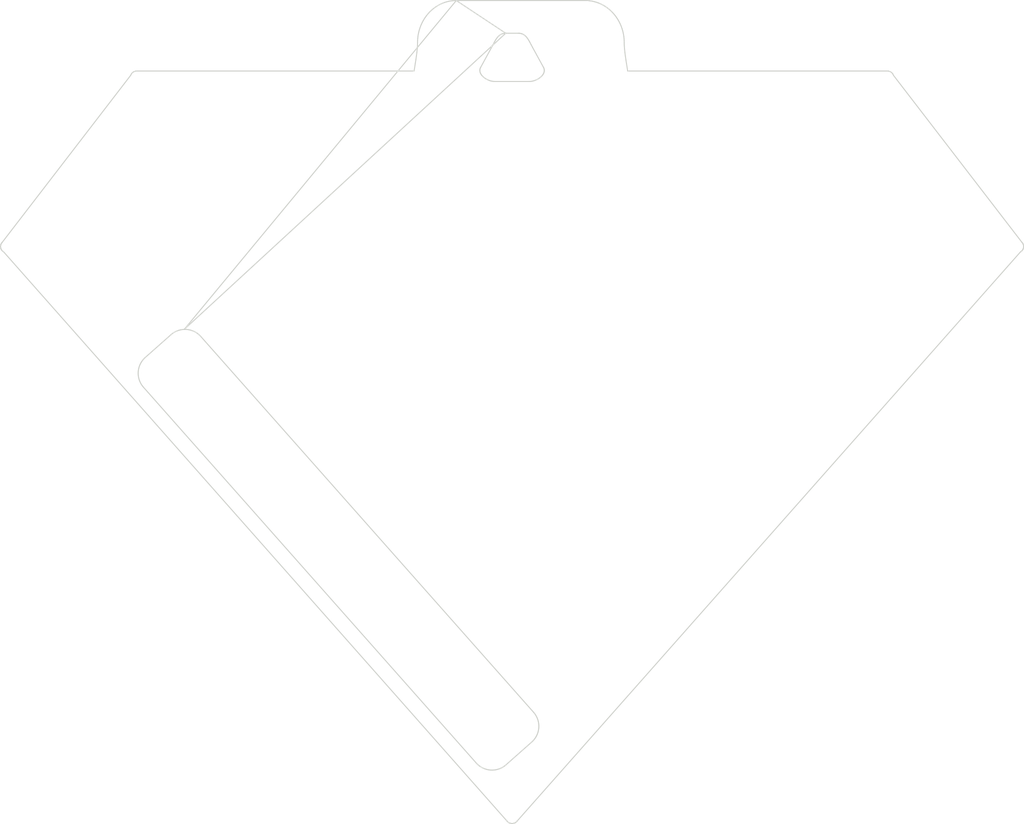
<source format=kicad_pcb>

(kicad_pcb (version 4) (host pcbnew 4.0.7)

	(general
		(links 0)
		(no_connects 0)
		(area 77.052499 41.877835 92.193313 53.630501)
		(thickness 1.6)
		(drawings 8)
		(tracks 0)
		(zones 0)
		(modules 1)
		(nets 1)
	)

	(page A4)
	(layers
		(0 F.Cu signal)
		(31 B.Cu signal)
		(32 B.Adhes user)
		(33 F.Adhes user)
		(34 B.Paste user)
		(35 F.Paste user)
		(36 B.SilkS user)
		(37 F.SilkS user)
		(38 B.Mask user)
		(39 F.Mask user)
		(40 Dwgs.User user)
		(41 Cmts.User user)
		(42 Eco1.User user)
		(43 Eco2.User user)
		(44 Edge.Cuts user)
		(45 Margin user)
		(46 B.CrtYd user)
		(47 F.CrtYd user)
		(48 B.Fab user)
		(49 F.Fab user)
	)

	(setup
		(last_trace_width 0.25)
		(trace_clearance 0.2)
		(zone_clearance 0.508)
		(zone_45_only no)
		(trace_min 0.2)
		(segment_width 0.2)
		(edge_width 0.15)
		(via_size 0.6)
		(via_drill 0.4)
		(via_min_size 0.4)
		(via_min_drill 0.3)
		(uvia_size 0.3)
		(uvia_drill 0.1)
		(uvias_allowed no)
		(uvia_min_size 0.2)
		(uvia_min_drill 0.1)
		(pcb_text_width 0.3)
		(pcb_text_size 1.5 1.5)
		(mod_edge_width 0.15)
		(mod_text_size 1 1)
		(mod_text_width 0.15)
		(pad_size 1.524 1.524)
		(pad_drill 0.762)
		(pad_to_mask_clearance 0.2)
		(aux_axis_origin 0 0)
		(visible_elements FFFFFF7F)
		(pcbplotparams
			(layerselection 0x010f0_80000001)
			(usegerberextensions false)
			(excludeedgelayer true)
			(linewidth 0.100000)
			(plotframeref false)
			(viasonmask false)
			(mode 1)
			(useauxorigin false)
			(hpglpennumber 1)
			(hpglpenspeed 20)
			(hpglpendiameter 15)
			(hpglpenoverlay 2)
			(psnegative false)
			(psa4output false)
			(plotreference true)
			(plotvalue true)
			(plotinvisibletext false)
			(padsonsilk false)
			(subtractmaskfromsilk false)
			(outputformat 1)
			(mirror false)
			(drillshape 1)
			(scaleselection 1)
			(outputdirectory gerbers/))
	)

	(net 0 "")

	(net_class Default "This is the default net class."
		(clearance 0.2)
		(trace_width 0.25)
		(via_dia 0.6)
		(via_drill 0.4)
		(uvia_dia 0.3)
		(uvia_drill 0.1)
	)
(gr_line (start -5.398587 -43.228837) (end -5.591858 -43.223670) (layer Edge.Cuts) (width 0.1))
(gr_line (start -5.591858 -43.223670) (end -5.782027 -43.208167) (layer Edge.Cuts) (width 0.1))
(gr_line (start -5.782027 -43.208167) (end -5.969614 -43.181812) (layer Edge.Cuts) (width 0.1))
(gr_line (start -5.969614 -43.181812) (end -6.154616 -43.146155) (layer Edge.Cuts) (width 0.1))
(gr_line (start -6.154616 -43.146155) (end -6.335998 -43.100680) (layer Edge.Cuts) (width 0.1))
(gr_line (start -6.335998 -43.100680) (end -6.513767 -43.045903) (layer Edge.Cuts) (width 0.1))
(gr_line (start -6.513767 -43.045903) (end -6.687915 -42.981824) (layer Edge.Cuts) (width 0.1))
(gr_line (start -6.687915 -42.981824) (end -6.858447 -42.908960) (layer Edge.Cuts) (width 0.1))
(gr_line (start -6.858447 -42.908960) (end -7.024330 -42.827828) (layer Edge.Cuts) (width 0.1))
(gr_line (start -7.024330 -42.827828) (end -7.186075 -42.737911) (layer Edge.Cuts) (width 0.1))
(gr_line (start -7.186075 -42.737911) (end -7.343172 -42.639726) (layer Edge.Cuts) (width 0.1))
(gr_line (start -7.343172 -42.639726) (end -7.495101 -42.533789) (layer Edge.Cuts) (width 0.1))
(gr_line (start -7.495101 -42.533789) (end -7.642378 -42.420618) (layer Edge.Cuts) (width 0.1))
(gr_line (start -7.642378 -42.420618) (end -7.783973 -42.299695) (layer Edge.Cuts) (width 0.1))
(gr_line (start -7.783973 -42.299695) (end -7.919881 -42.172054) (layer Edge.Cuts) (width 0.1))
(gr_line (start -7.919881 -42.172054) (end -8.050107 -42.037179) (layer Edge.Cuts) (width 0.1))
(gr_line (start -8.050107 -42.037179) (end -8.174130 -41.895585) (layer Edge.Cuts) (width 0.1))
(gr_line (start -8.174130 -41.895585) (end -8.291952 -41.748307) (layer Edge.Cuts) (width 0.1))
(gr_line (start -8.291952 -41.748307) (end -8.403574 -41.594312) (layer Edge.Cuts) (width 0.1))
(gr_line (start -8.403574 -41.594312) (end -8.507960 -41.435148) (layer Edge.Cuts) (width 0.1))
(gr_line (start -8.507960 -41.435148) (end -8.605628 -41.269784) (layer Edge.Cuts) (width 0.1))
(gr_line (start -8.605628 -41.269784) (end -8.695544 -41.099251) (layer Edge.Cuts) (width 0.1))
(gr_line (start -8.695544 -41.099251) (end -8.778743 -40.924068) (layer Edge.Cuts) (width 0.1))
(gr_line (start -8.778743 -40.924068) (end -8.853675 -40.743718) (layer Edge.Cuts) (width 0.1))
(gr_line (start -8.853675 -40.743718) (end -8.920853 -40.558716) (layer Edge.Cuts) (width 0.1))
(gr_line (start -8.920853 -40.558716) (end -8.979765 -40.370097) (layer Edge.Cuts) (width 0.1))
(gr_line (start -8.979765 -40.370097) (end -9.030409 -40.176827) (layer Edge.Cuts) (width 0.1))
(gr_line (start -9.030409 -40.176827) (end -9.072266 -39.979940) (layer Edge.Cuts) (width 0.1))
(gr_line (start -9.072266 -39.979940) (end -9.105339 -39.779435) (layer Edge.Cuts) (width 0.1))
(gr_line (start -9.105339 -39.779435) (end -9.129109 -39.575830) (layer Edge.Cuts) (width 0.1))
(gr_line (start -9.129109 -39.575830) (end -9.143579 -39.369124) (layer Edge.Cuts) (width 0.1))
(gr_line (start -9.143579 -39.369124) (end -9.148231 -39.159835) (layer Edge.Cuts) (width 0.1))
(gr_line (start -9.148231 -39.159835) (end -9.150297 -39.009457) (layer Edge.Cuts) (width 0.1))
(gr_line (start -9.150297 -39.009457) (end -9.156499 -38.854427) (layer Edge.Cuts) (width 0.1))
(gr_line (start -9.156499 -38.854427) (end -9.179237 -38.531966) (layer Edge.Cuts) (width 0.1))
(gr_line (start -9.179237 -38.531966) (end -9.214376 -38.196070) (layer Edge.Cuts) (width 0.1))
(gr_line (start -9.214376 -38.196070) (end -9.259334 -37.849321) (layer Edge.Cuts) (width 0.1))
(gr_line (start -9.259334 -37.849321) (end -9.310494 -37.493787) (layer Edge.Cuts) (width 0.1))
(gr_line (start -9.310494 -37.493787) (end -9.366821 -37.133602) (layer Edge.Cuts) (width 0.1))
(gr_line (start -9.366821 -37.133602) (end -9.482061 -36.408065) (layer Edge.Cuts) (width 0.1))
(gr_line (start -9.482061 -36.408065) (end -35.466520 -36.408065) (layer Edge.Cuts) (width 0.1))
(gr_line (start -35.466520 -36.408065) (end -35.564706 -36.408065) (layer Edge.Cuts) (width 0.1))
(gr_line (start -35.564706 -36.408065) (end -36.319698 -36.408065) (layer Edge.Cuts) (width 0.1))
(gr_line (start -36.319698 -36.408065) (end -36.417884 -36.408065) (layer Edge.Cuts) (width 0.1))
(gr_line (start -36.417884 -36.408065) (end -36.417884 -36.400313) (layer Edge.Cuts) (width 0.1))
(gr_line (start -36.417884 -36.400313) (end -36.582214 -36.351221) (layer Edge.Cuts) (width 0.1))
(gr_line (start -36.582214 -36.351221) (end -36.723808 -36.261304) (layer Edge.Cuts) (width 0.1))
(gr_line (start -36.723808 -36.261304) (end -36.834912 -36.137281) (layer Edge.Cuts) (width 0.1))
(gr_line (start -36.834912 -36.137281) (end -36.908293 -35.985352) (layer Edge.Cuts) (width 0.1))
(gr_line (start -36.908293 -35.985352) (end -49.333891 -19.832333) (layer Edge.Cuts) (width 0.1))
(gr_line (start -49.333891 -19.832333) (end -49.369031 -19.791508) (layer Edge.Cuts) (width 0.1))
(gr_line (start -49.369031 -19.791508) (end -49.377816 -19.781173) (layer Edge.Cuts) (width 0.1))
(gr_line (start -49.377816 -19.781173) (end -49.408305 -19.737247) (layer Edge.Cuts) (width 0.1))
(gr_line (start -49.408305 -19.737247) (end -49.435693 -19.687638) (layer Edge.Cuts) (width 0.1))
(gr_line (start -49.435693 -19.687638) (end -49.440861 -19.678854) (layer Edge.Cuts) (width 0.1))
(gr_line (start -49.440861 -19.678854) (end -49.455847 -19.644746) (layer Edge.Cuts) (width 0.1))
(gr_line (start -49.455847 -19.644746) (end -49.468250 -19.611673) (layer Edge.Cuts) (width 0.1))
(gr_line (start -49.468250 -19.611673) (end -49.474967 -19.588419) (layer Edge.Cuts) (width 0.1))
(gr_line (start -49.474967 -19.588419) (end -49.484269 -19.554314) (layer Edge.Cuts) (width 0.1))
(gr_line (start -49.484269 -19.554314) (end -49.489437 -19.531576) (layer Edge.Cuts) (width 0.1))
(gr_line (start -49.489437 -19.531576) (end -49.494088 -19.499019) (layer Edge.Cuts) (width 0.1))
(gr_line (start -49.494088 -19.499019) (end -49.497705 -19.462845) (layer Edge.Cuts) (width 0.1))
(gr_line (start -49.497705 -19.462845) (end -49.500289 -19.424089) (layer Edge.Cuts) (width 0.1))
(gr_line (start -49.500289 -19.424089) (end -49.497705 -19.377065) (layer Edge.Cuts) (width 0.1))
(gr_line (start -49.497705 -19.377065) (end -49.494088 -19.346058) (layer Edge.Cuts) (width 0.1))
(gr_line (start -49.494088 -19.346058) (end -49.487370 -19.305749) (layer Edge.Cuts) (width 0.1))
(gr_line (start -49.487370 -19.305749) (end -49.486336 -19.299031) (layer Edge.Cuts) (width 0.1))
(gr_line (start -49.486336 -19.299031) (end -49.473417 -19.251491) (layer Edge.Cuts) (width 0.1))
(gr_line (start -49.473417 -19.251491) (end -49.468250 -19.237021) (layer Edge.Cuts) (width 0.1))
(gr_line (start -49.468250 -19.237021) (end -49.453263 -19.194129) (layer Edge.Cuts) (width 0.1))
(gr_line (start -49.453263 -19.194129) (end -49.440861 -19.168808) (layer Edge.Cuts) (width 0.1))
(gr_line (start -49.440861 -19.168808) (end -49.428459 -19.145036) (layer Edge.Cuts) (width 0.1))
(gr_line (start -49.428459 -19.145036) (end -49.415023 -19.121781) (layer Edge.Cuts) (width 0.1))
(gr_line (start -49.415023 -19.121781) (end -49.393319 -19.086642) (layer Edge.Cuts) (width 0.1))
(gr_line (start -49.393319 -19.086642) (end -49.390735 -19.081991) (layer Edge.Cuts) (width 0.1))
(gr_line (start -49.390735 -19.081991) (end -49.355078 -19.037033) (layer Edge.Cuts) (width 0.1))
(gr_line (start -49.355078 -19.037033) (end -49.314254 -18.994141) (layer Edge.Cuts) (width 0.1))
(gr_line (start -49.314254 -18.994141) (end -49.310636 -18.990524) (layer Edge.Cuts) (width 0.1))
(gr_line (start -49.310636 -18.990524) (end -49.272396 -18.956935) (layer Edge.Cuts) (width 0.1))
(gr_line (start -49.272396 -18.956935) (end -49.244491 -18.937298) (layer Edge.Cuts) (width 0.1))
(gr_line (start -49.244491 -18.937298) (end -49.226921 -18.924894) (layer Edge.Cuts) (width 0.1))
(gr_line (start -49.226921 -18.924894) (end -49.199015 -18.907842) (layer Edge.Cuts) (width 0.1))
(gr_line (start -49.199015 -18.907842) (end -0.512064 36.146679) (layer Edge.Cuts) (width 0.1))
(gr_line (start -0.512064 36.146679) (end -0.510514 36.144094) (layer Edge.Cuts) (width 0.1))
(gr_line (start -0.510514 36.144094) (end -0.482092 36.181302) (layer Edge.Cuts) (width 0.1))
(gr_line (start -0.482092 36.181302) (end -0.396309 36.267085) (layer Edge.Cuts) (width 0.1))
(gr_line (start -0.396309 36.267085) (end -0.294508 36.334263) (layer Edge.Cuts) (width 0.1))
(gr_line (start -0.294508 36.334263) (end -0.239213 36.360102) (layer Edge.Cuts) (width 0.1))
(gr_line (start -0.239213 36.360102) (end -0.188571 36.378189) (layer Edge.Cuts) (width 0.1))
(gr_line (start -0.188571 36.378189) (end -0.177202 36.382324) (layer Edge.Cuts) (width 0.1))
(gr_line (start -0.177202 36.382324) (end -0.126558 36.394725) (layer Edge.Cuts) (width 0.1))
(gr_line (start -0.126558 36.394725) (end -0.120875 36.396276) (layer Edge.Cuts) (width 0.1))
(gr_line (start -0.120875 36.396276) (end -0.119840 36.396276) (layer Edge.Cuts) (width 0.1))
(gr_line (start -0.119840 36.396276) (end -0.076433 36.402994) (layer Edge.Cuts) (width 0.1))
(gr_line (start -0.076433 36.402994) (end -0.060931 36.405579) (layer Edge.Cuts) (width 0.1))
(gr_line (start -0.060931 36.405579) (end -0.002019 36.408677) (layer Edge.Cuts) (width 0.1))
(gr_line (start -0.002019 36.408677) (end 0.046556 36.407126) (layer Edge.Cuts) (width 0.1))
(gr_line (start 0.046556 36.407126) (end 0.051726 36.405579) (layer Edge.Cuts) (width 0.1))
(gr_line (start 0.051726 36.405579) (end 0.097200 36.399893) (layer Edge.Cuts) (width 0.1))
(gr_line (start 0.097200 36.399893) (end 0.107535 36.397826) (layer Edge.Cuts) (width 0.1))
(gr_line (start 0.107535 36.397826) (end 0.109601 36.397826) (layer Edge.Cuts) (width 0.1))
(gr_line (start 0.109601 36.397826) (end 0.147844 36.389558) (layer Edge.Cuts) (width 0.1))
(gr_line (start 0.147844 36.389558) (end 0.177297 36.381806) (layer Edge.Cuts) (width 0.1))
(gr_line (start 0.177297 36.381806) (end 0.192283 36.377154) (layer Edge.Cuts) (width 0.1))
(gr_line (start 0.192283 36.377154) (end 0.235175 36.361653) (layer Edge.Cuts) (width 0.1))
(gr_line (start 0.235175 36.361653) (end 0.246028 36.357001) (layer Edge.Cuts) (width 0.1))
(gr_line (start 0.246028 36.357001) (end 0.294603 36.334263) (layer Edge.Cuts) (width 0.1))
(gr_line (start 0.294603 36.334263) (end 0.346797 36.302740) (layer Edge.Cuts) (width 0.1))
(gr_line (start 0.346797 36.302740) (end 0.395372 36.266569) (layer Edge.Cuts) (width 0.1))
(gr_line (start 0.395372 36.266569) (end 0.440849 36.225744) (layer Edge.Cuts) (width 0.1))
(gr_line (start 0.440849 36.225744) (end 0.481155 36.180786) (layer Edge.Cuts) (width 0.1))
(gr_line (start 0.481155 36.180786) (end 0.510611 36.143578) (layer Edge.Cuts) (width 0.1))
(gr_line (start 0.510611 36.143578) (end 0.512162 36.145644) (layer Edge.Cuts) (width 0.1))
(gr_line (start 0.512162 36.145644) (end 49.199111 -18.909392) (layer Edge.Cuts) (width 0.1))
(gr_line (start 49.199111 -18.909392) (end 49.227017 -18.925410) (layer Edge.Cuts) (width 0.1))
(gr_line (start 49.227017 -18.925410) (end 49.245104 -18.937814) (layer Edge.Cuts) (width 0.1))
(gr_line (start 49.245104 -18.937814) (end 49.272491 -18.957967) (layer Edge.Cuts) (width 0.1))
(gr_line (start 49.272491 -18.957967) (end 49.310734 -18.991040) (layer Edge.Cuts) (width 0.1))
(gr_line (start 49.310734 -18.991040) (end 49.314351 -18.995176) (layer Edge.Cuts) (width 0.1))
(gr_line (start 49.314351 -18.995176) (end 49.355173 -19.037549) (layer Edge.Cuts) (width 0.1))
(gr_line (start 49.355173 -19.037549) (end 49.390831 -19.082507) (layer Edge.Cuts) (width 0.1))
(gr_line (start 49.390831 -19.082507) (end 49.393416 -19.087158) (layer Edge.Cuts) (width 0.1))
(gr_line (start 49.393416 -19.087158) (end 49.415120 -19.122816) (layer Edge.Cuts) (width 0.1))
(gr_line (start 49.415120 -19.122816) (end 49.428555 -19.145554) (layer Edge.Cuts) (width 0.1))
(gr_line (start 49.428555 -19.145554) (end 49.440956 -19.169324) (layer Edge.Cuts) (width 0.1))
(gr_line (start 49.440956 -19.169324) (end 49.453360 -19.195163) (layer Edge.Cuts) (width 0.1))
(gr_line (start 49.453360 -19.195163) (end 49.468862 -19.238055) (layer Edge.Cuts) (width 0.1))
(gr_line (start 49.468862 -19.238055) (end 49.473513 -19.252007) (layer Edge.Cuts) (width 0.1))
(gr_line (start 49.473513 -19.252007) (end 49.486949 -19.300065) (layer Edge.Cuts) (width 0.1))
(gr_line (start 49.486949 -19.300065) (end 49.487465 -19.306267) (layer Edge.Cuts) (width 0.1))
(gr_line (start 49.487465 -19.306267) (end 49.494185 -19.346574) (layer Edge.Cuts) (width 0.1))
(gr_line (start 49.494185 -19.346574) (end 49.498318 -19.377580) (layer Edge.Cuts) (width 0.1))
(gr_line (start 49.498318 -19.377580) (end 49.499869 -19.424605) (layer Edge.Cuts) (width 0.1))
(gr_line (start 49.499869 -19.424605) (end 49.498318 -19.463364) (layer Edge.Cuts) (width 0.1))
(gr_line (start 49.498318 -19.463364) (end 49.494185 -19.499538) (layer Edge.Cuts) (width 0.1))
(gr_line (start 49.494185 -19.499538) (end 49.489534 -19.532092) (layer Edge.Cuts) (width 0.1))
(gr_line (start 49.489534 -19.532092) (end 49.484883 -19.554830) (layer Edge.Cuts) (width 0.1))
(gr_line (start 49.484883 -19.554830) (end 49.475580 -19.589454) (layer Edge.Cuts) (width 0.1))
(gr_line (start 49.475580 -19.589454) (end 49.468862 -19.612192) (layer Edge.Cuts) (width 0.1))
(gr_line (start 49.468862 -19.612192) (end 49.456461 -19.645265) (layer Edge.Cuts) (width 0.1))
(gr_line (start 49.456461 -19.645265) (end 49.440956 -19.679888) (layer Edge.Cuts) (width 0.1))
(gr_line (start 49.440956 -19.679888) (end 49.436308 -19.688156) (layer Edge.Cuts) (width 0.1))
(gr_line (start 49.436308 -19.688156) (end 49.408918 -19.737766) (layer Edge.Cuts) (width 0.1))
(gr_line (start 49.408918 -19.737766) (end 49.378430 -19.781689) (layer Edge.Cuts) (width 0.1))
(gr_line (start 49.378430 -19.781689) (end 49.368611 -19.792024) (layer Edge.Cuts) (width 0.1))
(gr_line (start 49.368611 -19.792024) (end 49.333469 -19.833368) (layer Edge.Cuts) (width 0.1))
(gr_line (start 49.333469 -19.833368) (end 36.907356 -35.985352) (layer Edge.Cuts) (width 0.1))
(gr_line (start 36.907356 -35.985352) (end 36.833976 -36.137281) (layer Edge.Cuts) (width 0.1))
(gr_line (start 36.833976 -36.137281) (end 36.722870 -36.261304) (layer Edge.Cuts) (width 0.1))
(gr_line (start 36.722870 -36.261304) (end 36.581278 -36.351221) (layer Edge.Cuts) (width 0.1))
(gr_line (start 36.581278 -36.351221) (end 36.416945 -36.400313) (layer Edge.Cuts) (width 0.1))
(gr_line (start 36.416945 -36.400313) (end 36.416945 -36.408065) (layer Edge.Cuts) (width 0.1))
(gr_line (start 36.416945 -36.408065) (end 36.319277 -36.408065) (layer Edge.Cuts) (width 0.1))
(gr_line (start 36.319277 -36.408065) (end 35.563767 -36.408065) (layer Edge.Cuts) (width 0.1))
(gr_line (start 35.563767 -36.408065) (end 11.185411 -36.408065) (layer Edge.Cuts) (width 0.1))
(gr_line (start 11.185411 -36.408065) (end 11.070174 -37.133602) (layer Edge.Cuts) (width 0.1))
(gr_line (start 11.070174 -37.133602) (end 11.013847 -37.493787) (layer Edge.Cuts) (width 0.1))
(gr_line (start 11.013847 -37.493787) (end 10.962169 -37.848804) (layer Edge.Cuts) (width 0.1))
(gr_line (start 10.962169 -37.848804) (end 10.917727 -38.196070) (layer Edge.Cuts) (width 0.1))
(gr_line (start 10.917727 -38.196070) (end 10.882587 -38.531966) (layer Edge.Cuts) (width 0.1))
(gr_line (start 10.882587 -38.531966) (end 10.859849 -38.854427) (layer Edge.Cuts) (width 0.1))
(gr_line (start 10.859849 -38.854427) (end 10.853650 -39.009457) (layer Edge.Cuts) (width 0.1))
(gr_line (start 10.853650 -39.009457) (end 10.851581 -39.159835) (layer Edge.Cuts) (width 0.1))
(gr_line (start 10.851581 -39.159835) (end 10.847448 -39.355689) (layer Edge.Cuts) (width 0.1))
(gr_line (start 10.847448 -39.355689) (end 10.834529 -39.549475) (layer Edge.Cuts) (width 0.1))
(gr_line (start 10.834529 -39.549475) (end 10.813341 -39.741195) (layer Edge.Cuts) (width 0.1))
(gr_line (start 10.813341 -39.741195) (end 10.783887 -39.929814) (layer Edge.Cuts) (width 0.1))
(gr_line (start 10.783887 -39.929814) (end 10.746679 -40.115332) (layer Edge.Cuts) (width 0.1))
(gr_line (start 10.746679 -40.115332) (end 10.701721 -40.297750) (layer Edge.Cuts) (width 0.1))
(gr_line (start 10.701721 -40.297750) (end 10.649527 -40.477067) (layer Edge.Cuts) (width 0.1))
(gr_line (start 10.649527 -40.477067) (end 10.589583 -40.652767) (layer Edge.Cuts) (width 0.1))
(gr_line (start 10.589583 -40.652767) (end 10.522921 -40.824333) (layer Edge.Cuts) (width 0.1))
(gr_line (start 10.522921 -40.824333) (end 10.449023 -40.992281) (layer Edge.Cuts) (width 0.1))
(gr_line (start 10.449023 -40.992281) (end 10.368407 -41.155579) (layer Edge.Cuts) (width 0.1))
(gr_line (start 10.368407 -41.155579) (end 10.281073 -41.314225) (layer Edge.Cuts) (width 0.1))
(gr_line (start 10.281073 -41.314225) (end 10.187540 -41.468738) (layer Edge.Cuts) (width 0.1))
(gr_line (start 10.187540 -41.468738) (end 10.087806 -41.618083) (layer Edge.Cuts) (width 0.1))
(gr_line (start 10.087806 -41.618083) (end 9.981866 -41.762260) (layer Edge.Cuts) (width 0.1))
(gr_line (start 9.981866 -41.762260) (end 9.870247 -41.900753) (layer Edge.Cuts) (width 0.1))
(gr_line (start 9.870247 -41.900753) (end 9.752941 -42.034078) (layer Edge.Cuts) (width 0.1))
(gr_line (start 9.752941 -42.034078) (end 9.630468 -42.161719) (layer Edge.Cuts) (width 0.1))
(gr_line (start 9.630468 -42.161719) (end 9.502309 -42.282642) (layer Edge.Cuts) (width 0.1))
(gr_line (start 9.502309 -42.282642) (end 9.368986 -42.397880) (layer Edge.Cuts) (width 0.1))
(gr_line (start 9.368986 -42.397880) (end 9.231008 -42.506401) (layer Edge.Cuts) (width 0.1))
(gr_line (start 9.231008 -42.506401) (end 9.088382 -42.608203) (layer Edge.Cuts) (width 0.1))
(gr_line (start 9.088382 -42.608203) (end 8.941104 -42.703288) (layer Edge.Cuts) (width 0.1))
(gr_line (start 8.941104 -42.703288) (end 8.789694 -42.791138) (layer Edge.Cuts) (width 0.1))
(gr_line (start 8.789694 -42.791138) (end 8.633629 -42.871236) (layer Edge.Cuts) (width 0.1))
(gr_line (start 8.633629 -42.871236) (end 8.473950 -42.944100) (layer Edge.Cuts) (width 0.1))
(gr_line (start 8.473950 -42.944100) (end 8.310652 -43.009212) (layer Edge.Cuts) (width 0.1))
(gr_line (start 8.310652 -43.009212) (end 8.143737 -43.066056) (layer Edge.Cuts) (width 0.1))
(gr_line (start 8.143737 -43.066056) (end 7.973205 -43.114632) (layer Edge.Cuts) (width 0.1))
(gr_line (start 7.973205 -43.114632) (end 7.799573 -43.154940) (layer Edge.Cuts) (width 0.1))
(gr_line (start 7.799573 -43.154940) (end 7.622839 -43.186463) (layer Edge.Cuts) (width 0.1))
(gr_line (start 7.622839 -43.186463) (end 7.443004 -43.208683) (layer Edge.Cuts) (width 0.1))
(gr_line (start 7.443004 -43.208683) (end 7.443004 -43.228837) (layer Edge.Cuts) (width 0.1))
(gr_line (start 7.443004 -43.228837) (end 7.101424 -43.228837) (layer Edge.Cuts) (width 0.1))
(gr_line (start 7.101424 -43.228837) (end -5.300919 -43.228837) (layer Edge.Cuts) (width 0.1))
(gr_line (start -5.300919 -43.228837) (end -5.300919 -43.225220) (layer Edge.Cuts) (width 0.1))
(gr_line (start -5.300919 -43.225220) (end -5.398587 -43.228837) (layer Edge.Cuts) (width 0.1))
(gr_line (start -5.398587 -43.228837) (end -5.398587 -43.228837) (layer Edge.Cuts) (width 0.1))
(gr_line (start -5.398587 -43.228837) (end -0.613868 -40.062622) (layer Edge.Cuts) (width 0.1))
(gr_line (start -0.613868 -40.062622) (end 0.613966 -40.062622) (layer Edge.Cuts) (width 0.1))
(gr_line (start 0.613966 -40.062622) (end 0.683210 -40.060555) (layer Edge.Cuts) (width 0.1))
(gr_line (start 0.683210 -40.060555) (end 0.749874 -40.054871) (layer Edge.Cuts) (width 0.1))
(gr_line (start 0.749874 -40.054871) (end 0.813435 -40.044535) (layer Edge.Cuts) (width 0.1))
(gr_line (start 0.813435 -40.044535) (end 0.874929 -40.031100) (layer Edge.Cuts) (width 0.1))
(gr_line (start 0.874929 -40.031100) (end 0.933326 -40.014046) (layer Edge.Cuts) (width 0.1))
(gr_line (start 0.933326 -40.014046) (end 0.989653 -39.993376) (layer Edge.Cuts) (width 0.1))
(gr_line (start 0.989653 -39.993376) (end 1.095589 -39.942733) (layer Edge.Cuts) (width 0.1))
(gr_line (start 1.095589 -39.942733) (end 1.193258 -39.879171) (layer Edge.Cuts) (width 0.1))
(gr_line (start 1.193258 -39.879171) (end 1.283173 -39.805274) (layer Edge.Cuts) (width 0.1))
(gr_line (start 1.283173 -39.805274) (end 1.366890 -39.721041) (layer Edge.Cuts) (width 0.1))
(gr_line (start 1.366890 -39.721041) (end 1.444921 -39.628023) (layer Edge.Cuts) (width 0.1))
(gr_line (start 1.444921 -39.628023) (end 1.518301 -39.527254) (layer Edge.Cuts) (width 0.1))
(gr_line (start 1.518301 -39.527254) (end 1.588066 -39.419767) (layer Edge.Cuts) (width 0.1))
(gr_line (start 1.588066 -39.419767) (end 1.655244 -39.307113) (layer Edge.Cuts) (width 0.1))
(gr_line (start 1.655244 -39.307113) (end 1.720358 -39.189291) (layer Edge.Cuts) (width 0.1))
(gr_line (start 1.720358 -39.189291) (end 1.848514 -38.944861) (layer Edge.Cuts) (width 0.1))
(gr_line (start 1.848514 -38.944861) (end 1.980806 -38.695264) (layer Edge.Cuts) (width 0.1))
(gr_line (start 1.980806 -38.695264) (end 3.039655 -36.761532) (layer Edge.Cuts) (width 0.1))
(gr_line (start 3.039655 -36.761532) (end 3.070145 -36.699003) (layer Edge.Cuts) (width 0.1))
(gr_line (start 3.070145 -36.699003) (end 3.092365 -36.636992) (layer Edge.Cuts) (width 0.1))
(gr_line (start 3.092365 -36.636992) (end 3.107870 -36.574463) (layer Edge.Cuts) (width 0.1))
(gr_line (start 3.107870 -36.574463) (end 3.116654 -36.511934) (layer Edge.Cuts) (width 0.1))
(gr_line (start 3.116654 -36.511934) (end 3.118204 -36.449923) (layer Edge.Cuts) (width 0.1))
(gr_line (start 3.118204 -36.449923) (end 3.113553 -36.388945) (layer Edge.Cuts) (width 0.1))
(gr_line (start 3.113553 -36.388945) (end 3.102700 -36.327967) (layer Edge.Cuts) (width 0.1))
(gr_line (start 3.102700 -36.327967) (end 3.086163 -36.267505) (layer Edge.Cuts) (width 0.1))
(gr_line (start 3.086163 -36.267505) (end 3.063944 -36.208594) (layer Edge.Cuts) (width 0.1))
(gr_line (start 3.063944 -36.208594) (end 3.036554 -36.150200) (layer Edge.Cuts) (width 0.1))
(gr_line (start 3.036554 -36.150200) (end 3.004000 -36.092839) (layer Edge.Cuts) (width 0.1))
(gr_line (start 3.004000 -36.092839) (end 2.966791 -36.037028) (layer Edge.Cuts) (width 0.1))
(gr_line (start 2.966791 -36.037028) (end 2.924934 -35.982251) (layer Edge.Cuts) (width 0.1))
(gr_line (start 2.924934 -35.982251) (end 2.879460 -35.929541) (layer Edge.Cuts) (width 0.1))
(gr_line (start 2.879460 -35.929541) (end 2.776622 -35.828772) (layer Edge.Cuts) (width 0.1))
(gr_line (start 2.776622 -35.828772) (end 2.660351 -35.735755) (layer Edge.Cuts) (width 0.1))
(gr_line (start 2.660351 -35.735755) (end 2.533742 -35.651522) (layer Edge.Cuts) (width 0.1))
(gr_line (start 2.533742 -35.651522) (end 2.398353 -35.577625) (layer Edge.Cuts) (width 0.1))
(gr_line (start 2.398353 -35.577625) (end 2.256758 -35.514579) (layer Edge.Cuts) (width 0.1))
(gr_line (start 2.256758 -35.514579) (end 2.110512 -35.463420) (layer Edge.Cuts) (width 0.1))
(gr_line (start 2.110512 -35.463420) (end 1.963235 -35.425696) (layer Edge.Cuts) (width 0.1))
(gr_line (start 1.963235 -35.425696) (end 1.815957 -35.402442) (layer Edge.Cuts) (width 0.1))
(gr_line (start 1.815957 -35.402442) (end 1.671780 -35.394173) (layer Edge.Cuts) (width 0.1))
(gr_line (start 1.671780 -35.394173) (end -1.673236 -35.394173) (layer Edge.Cuts) (width 0.1))
(gr_line (start -1.673236 -35.394173) (end -1.817412 -35.402442) (layer Edge.Cuts) (width 0.1))
(gr_line (start -1.817412 -35.402442) (end -1.964174 -35.425696) (layer Edge.Cuts) (width 0.1))
(gr_line (start -1.964174 -35.425696) (end -2.111968 -35.463420) (layer Edge.Cuts) (width 0.1))
(gr_line (start -2.111968 -35.463420) (end -2.257695 -35.514579) (layer Edge.Cuts) (width 0.1))
(gr_line (start -2.257695 -35.514579) (end -2.399289 -35.577625) (layer Edge.Cuts) (width 0.1))
(gr_line (start -2.399289 -35.577625) (end -2.534682 -35.651522) (layer Edge.Cuts) (width 0.1))
(gr_line (start -2.534682 -35.651522) (end -2.661288 -35.735755) (layer Edge.Cuts) (width 0.1))
(gr_line (start -2.661288 -35.735755) (end -2.777043 -35.828772) (layer Edge.Cuts) (width 0.1))
(gr_line (start -2.777043 -35.828772) (end -2.879879 -35.929541) (layer Edge.Cuts) (width 0.1))
(gr_line (start -2.879879 -35.929541) (end -2.925871 -35.982251) (layer Edge.Cuts) (width 0.1))
(gr_line (start -2.925871 -35.982251) (end -2.967212 -36.037028) (layer Edge.Cuts) (width 0.1))
(gr_line (start -2.967212 -36.037028) (end -3.004421 -36.092839) (layer Edge.Cuts) (width 0.1))
(gr_line (start -3.004421 -36.092839) (end -3.036975 -36.150200) (layer Edge.Cuts) (width 0.1))
(gr_line (start -3.036975 -36.150200) (end -3.064365 -36.208594) (layer Edge.Cuts) (width 0.1))
(gr_line (start -3.064365 -36.208594) (end -3.086584 -36.267505) (layer Edge.Cuts) (width 0.1))
(gr_line (start -3.086584 -36.267505) (end -3.103639 -36.327967) (layer Edge.Cuts) (width 0.1))
(gr_line (start -3.103639 -36.327967) (end -3.113974 -36.388945) (layer Edge.Cuts) (width 0.1))
(gr_line (start -3.113974 -36.388945) (end -3.119141 -36.449923) (layer Edge.Cuts) (width 0.1))
(gr_line (start -3.119141 -36.449923) (end -3.117075 -36.511934) (layer Edge.Cuts) (width 0.1))
(gr_line (start -3.117075 -36.511934) (end -3.108807 -36.574463) (layer Edge.Cuts) (width 0.1))
(gr_line (start -3.108807 -36.574463) (end -3.093302 -36.636992) (layer Edge.Cuts) (width 0.1))
(gr_line (start -3.093302 -36.636992) (end -3.070566 -36.699003) (layer Edge.Cuts) (width 0.1))
(gr_line (start -3.070566 -36.699003) (end -3.040076 -36.761532) (layer Edge.Cuts) (width 0.1))
(gr_line (start -3.040076 -36.761532) (end -1.981227 -38.695264) (layer Edge.Cuts) (width 0.1))
(gr_line (start -1.981227 -38.695264) (end -1.849451 -38.944861) (layer Edge.Cuts) (width 0.1))
(gr_line (start -1.849451 -38.944861) (end -1.720776 -39.189291) (layer Edge.Cuts) (width 0.1))
(gr_line (start -1.720776 -39.189291) (end -1.655665 -39.307113) (layer Edge.Cuts) (width 0.1))
(gr_line (start -1.655665 -39.307113) (end -1.588484 -39.419767) (layer Edge.Cuts) (width 0.1))
(gr_line (start -1.588484 -39.419767) (end -1.518722 -39.527254) (layer Edge.Cuts) (width 0.1))
(gr_line (start -1.518722 -39.527254) (end -1.445342 -39.628023) (layer Edge.Cuts) (width 0.1))
(gr_line (start -1.445342 -39.628023) (end -1.367311 -39.721041) (layer Edge.Cuts) (width 0.1))
(gr_line (start -1.367311 -39.721041) (end -1.283594 -39.805274) (layer Edge.Cuts) (width 0.1))
(gr_line (start -1.283594 -39.805274) (end -1.193678 -39.879171) (layer Edge.Cuts) (width 0.1))
(gr_line (start -1.193678 -39.879171) (end -1.096010 -39.942733) (layer Edge.Cuts) (width 0.1))
(gr_line (start -1.096010 -39.942733) (end -0.990071 -39.993376) (layer Edge.Cuts) (width 0.1))
(gr_line (start -0.990071 -39.993376) (end -0.934262 -40.014046) (layer Edge.Cuts) (width 0.1))
(gr_line (start -0.934262 -40.014046) (end -0.875350 -40.031100) (layer Edge.Cuts) (width 0.1))
(gr_line (start -0.875350 -40.031100) (end -0.813856 -40.044535) (layer Edge.Cuts) (width 0.1))
(gr_line (start -0.813856 -40.044535) (end -0.750295 -40.054871) (layer Edge.Cuts) (width 0.1))
(gr_line (start -0.750295 -40.054871) (end -0.683630 -40.060555) (layer Edge.Cuts) (width 0.1))
(gr_line (start -0.683630 -40.060555) (end -0.613868 -40.062622) (layer Edge.Cuts) (width 0.1))
(gr_line (start -0.613868 -40.062622) (end -0.613868 -40.062622) (layer Edge.Cuts) (width 0.1))
(gr_line (start -0.613868 -40.062622) (end -31.722563 -11.405973) (layer Edge.Cuts) (width 0.1))
(gr_line (start -31.722563 -11.405973) (end -31.611962 -11.406882) (layer Edge.Cuts) (width 0.1))
(gr_line (start -31.611962 -11.406882) (end -31.501527 -11.401827) (layer Edge.Cuts) (width 0.1))
(gr_line (start -31.501527 -11.401827) (end -31.391513 -11.390826) (layer Edge.Cuts) (width 0.1))
(gr_line (start -31.391513 -11.390826) (end -31.282173 -11.373894) (layer Edge.Cuts) (width 0.1))
(gr_line (start -31.282173 -11.373894) (end -31.173763 -11.351048) (layer Edge.Cuts) (width 0.1))
(gr_line (start -31.173763 -11.351048) (end -31.066537 -11.322303) (layer Edge.Cuts) (width 0.1))
(gr_line (start -31.066537 -11.322303) (end -30.960750 -11.287677) (layer Edge.Cuts) (width 0.1))
(gr_line (start -30.960750 -11.287677) (end -30.856657 -11.247185) (layer Edge.Cuts) (width 0.1))
(gr_line (start -30.856657 -11.247185) (end -30.754512 -11.200844) (layer Edge.Cuts) (width 0.1))
(gr_line (start -30.754512 -11.200844) (end -30.654569 -11.148669) (layer Edge.Cuts) (width 0.1))
(gr_line (start -30.654569 -11.148669) (end -30.557083 -11.090677) (layer Edge.Cuts) (width 0.1))
(gr_line (start -30.557083 -11.090677) (end -30.462310 -11.026884) (layer Edge.Cuts) (width 0.1))
(gr_line (start -30.462310 -11.026884) (end -30.370502 -10.957306) (layer Edge.Cuts) (width 0.1))
(gr_line (start -30.370502 -10.957306) (end -30.281916 -10.881960) (layer Edge.Cuts) (width 0.1))
(gr_line (start -30.281916 -10.881960) (end -30.196806 -10.800861) (layer Edge.Cuts) (width 0.1))
(gr_line (start -30.196806 -10.800861) (end -30.115426 -10.714027) (layer Edge.Cuts) (width 0.1))
(gr_line (start -30.115426 -10.714027) (end 2.072272 25.634143) (layer Edge.Cuts) (width 0.1))
(gr_line (start 2.072272 25.634143) (end 2.140443 25.715134) (layer Edge.Cuts) (width 0.1))
(gr_line (start 2.140443 25.715134) (end 2.203752 25.798526) (layer Edge.Cuts) (width 0.1))
(gr_line (start 2.203752 25.798526) (end 2.262211 25.884140) (layer Edge.Cuts) (width 0.1))
(gr_line (start 2.262211 25.884140) (end 2.315831 25.971798) (layer Edge.Cuts) (width 0.1))
(gr_line (start 2.315831 25.971798) (end 2.364623 26.061319) (layer Edge.Cuts) (width 0.1))
(gr_line (start 2.364623 26.061319) (end 2.408597 26.152525) (layer Edge.Cuts) (width 0.1))
(gr_line (start 2.408597 26.152525) (end 2.447764 26.245236) (layer Edge.Cuts) (width 0.1))
(gr_line (start 2.447764 26.245236) (end 2.482136 26.339274) (layer Edge.Cuts) (width 0.1))
(gr_line (start 2.482136 26.339274) (end 2.511723 26.434460) (layer Edge.Cuts) (width 0.1))
(gr_line (start 2.511723 26.434460) (end 2.536535 26.530614) (layer Edge.Cuts) (width 0.1))
(gr_line (start 2.536535 26.530614) (end 2.556585 26.627558) (layer Edge.Cuts) (width 0.1))
(gr_line (start 2.556585 26.627558) (end 2.571882 26.725111) (layer Edge.Cuts) (width 0.1))
(gr_line (start 2.571882 26.725111) (end 2.582438 26.823096) (layer Edge.Cuts) (width 0.1))
(gr_line (start 2.582438 26.823096) (end 2.588263 26.921333) (layer Edge.Cuts) (width 0.1))
(gr_line (start 2.588263 26.921333) (end 2.589368 27.019643) (layer Edge.Cuts) (width 0.1))
(gr_line (start 2.589368 27.019643) (end 2.585765 27.117846) (layer Edge.Cuts) (width 0.1))
(gr_line (start 2.585765 27.117846) (end 2.577463 27.215765) (layer Edge.Cuts) (width 0.1))
(gr_line (start 2.577463 27.215765) (end 2.564474 27.313219) (layer Edge.Cuts) (width 0.1))
(gr_line (start 2.564474 27.313219) (end 2.546810 27.410030) (layer Edge.Cuts) (width 0.1))
(gr_line (start 2.546810 27.410030) (end 2.524479 27.506018) (layer Edge.Cuts) (width 0.1))
(gr_line (start 2.524479 27.506018) (end 2.497495 27.601005) (layer Edge.Cuts) (width 0.1))
(gr_line (start 2.497495 27.601005) (end 2.465866 27.694811) (layer Edge.Cuts) (width 0.1))
(gr_line (start 2.465866 27.694811) (end 2.429605 27.787258) (layer Edge.Cuts) (width 0.1))
(gr_line (start 2.429605 27.787258) (end 2.388722 27.878165) (layer Edge.Cuts) (width 0.1))
(gr_line (start 2.388722 27.878165) (end 2.343228 27.967355) (layer Edge.Cuts) (width 0.1))
(gr_line (start 2.343228 27.967355) (end 2.293134 28.054648) (layer Edge.Cuts) (width 0.1))
(gr_line (start 2.293134 28.054648) (end 2.238450 28.139864) (layer Edge.Cuts) (width 0.1))
(gr_line (start 2.238450 28.139864) (end 2.179188 28.222826) (layer Edge.Cuts) (width 0.1))
(gr_line (start 2.179188 28.222826) (end 2.115358 28.303353) (layer Edge.Cuts) (width 0.1))
(gr_line (start 2.115358 28.303353) (end 2.046972 28.381267) (layer Edge.Cuts) (width 0.1))
(gr_line (start 2.046972 28.381267) (end 1.974040 28.456389) (layer Edge.Cuts) (width 0.1))
(gr_line (start 1.974040 28.456389) (end 1.896573 28.528539) (layer Edge.Cuts) (width 0.1))
(gr_line (start 1.896573 28.528539) (end -0.579760 30.721170) (layer Edge.Cuts) (width 0.1))
(gr_line (start -0.579760 30.721170) (end -0.660752 30.789340) (layer Edge.Cuts) (width 0.1))
(gr_line (start -0.660752 30.789340) (end -0.744144 30.852650) (layer Edge.Cuts) (width 0.1))
(gr_line (start -0.744144 30.852650) (end -0.829758 30.911109) (layer Edge.Cuts) (width 0.1))
(gr_line (start -0.829758 30.911109) (end -0.917416 30.964729) (layer Edge.Cuts) (width 0.1))
(gr_line (start -0.917416 30.964729) (end -1.006937 31.013521) (layer Edge.Cuts) (width 0.1))
(gr_line (start -1.006937 31.013521) (end -1.098143 31.057495) (layer Edge.Cuts) (width 0.1))
(gr_line (start -1.098143 31.057495) (end -1.190854 31.096662) (layer Edge.Cuts) (width 0.1))
(gr_line (start -1.190854 31.096662) (end -1.284893 31.131034) (layer Edge.Cuts) (width 0.1))
(gr_line (start -1.284893 31.131034) (end -1.380078 31.160621) (layer Edge.Cuts) (width 0.1))
(gr_line (start -1.380078 31.160621) (end -1.476232 31.185433) (layer Edge.Cuts) (width 0.1))
(gr_line (start -1.476232 31.185433) (end -1.573176 31.205483) (layer Edge.Cuts) (width 0.1))
(gr_line (start -1.573176 31.205483) (end -1.670730 31.220780) (layer Edge.Cuts) (width 0.1))
(gr_line (start -1.670730 31.220780) (end -1.768715 31.231335) (layer Edge.Cuts) (width 0.1))
(gr_line (start -1.768715 31.231335) (end -1.866952 31.237160) (layer Edge.Cuts) (width 0.1))
(gr_line (start -1.866952 31.237160) (end -1.965261 31.238266) (layer Edge.Cuts) (width 0.1))
(gr_line (start -1.965261 31.238266) (end -2.063465 31.234662) (layer Edge.Cuts) (width 0.1))
(gr_line (start -2.063465 31.234662) (end -2.161384 31.226361) (layer Edge.Cuts) (width 0.1))
(gr_line (start -2.161384 31.226361) (end -2.258838 31.213372) (layer Edge.Cuts) (width 0.1))
(gr_line (start -2.258838 31.213372) (end -2.355649 31.195707) (layer Edge.Cuts) (width 0.1))
(gr_line (start -2.355649 31.195707) (end -2.451638 31.173377) (layer Edge.Cuts) (width 0.1))
(gr_line (start -2.451638 31.173377) (end -2.546625 31.146392) (layer Edge.Cuts) (width 0.1))
(gr_line (start -2.546625 31.146392) (end -2.640431 31.114764) (layer Edge.Cuts) (width 0.1))
(gr_line (start -2.640431 31.114764) (end -2.732877 31.078503) (layer Edge.Cuts) (width 0.1))
(gr_line (start -2.732877 31.078503) (end -2.823785 31.037620) (layer Edge.Cuts) (width 0.1))
(gr_line (start -2.823785 31.037620) (end -2.912975 30.992126) (layer Edge.Cuts) (width 0.1))
(gr_line (start -2.912975 30.992126) (end -3.000268 30.942031) (layer Edge.Cuts) (width 0.1))
(gr_line (start -3.000268 30.942031) (end -3.085485 30.887348) (layer Edge.Cuts) (width 0.1))
(gr_line (start -3.085485 30.887348) (end -3.168446 30.828086) (layer Edge.Cuts) (width 0.1))
(gr_line (start -3.168446 30.828086) (end -3.248974 30.764256) (layer Edge.Cuts) (width 0.1))
(gr_line (start -3.248974 30.764256) (end -3.326888 30.695870) (layer Edge.Cuts) (width 0.1))
(gr_line (start -3.326888 30.695870) (end -3.402009 30.622938) (layer Edge.Cuts) (width 0.1))
(gr_line (start -3.402009 30.622938) (end -3.474159 30.545471) (layer Edge.Cuts) (width 0.1))
(gr_line (start -3.474159 30.545471) (end -35.661857 -5.802699) (layer Edge.Cuts) (width 0.1))
(gr_line (start -35.661857 -5.802699) (end -35.730028 -5.883690) (layer Edge.Cuts) (width 0.1))
(gr_line (start -35.730028 -5.883690) (end -35.793337 -5.967082) (layer Edge.Cuts) (width 0.1))
(gr_line (start -35.793337 -5.967082) (end -35.851796 -6.052697) (layer Edge.Cuts) (width 0.1))
(gr_line (start -35.851796 -6.052697) (end -35.905416 -6.140354) (layer Edge.Cuts) (width 0.1))
(gr_line (start -35.905416 -6.140354) (end -35.954208 -6.229875) (layer Edge.Cuts) (width 0.1))
(gr_line (start -35.954208 -6.229875) (end -35.998182 -6.321081) (layer Edge.Cuts) (width 0.1))
(gr_line (start -35.998182 -6.321081) (end -36.037350 -6.413792) (layer Edge.Cuts) (width 0.1))
(gr_line (start -36.037350 -6.413792) (end -36.071721 -6.507831) (layer Edge.Cuts) (width 0.1))
(gr_line (start -36.071721 -6.507831) (end -36.101308 -6.603016) (layer Edge.Cuts) (width 0.1))
(gr_line (start -36.101308 -6.603016) (end -36.126120 -6.699170) (layer Edge.Cuts) (width 0.1))
(gr_line (start -36.126120 -6.699170) (end -36.146170 -6.796114) (layer Edge.Cuts) (width 0.1))
(gr_line (start -36.146170 -6.796114) (end -36.161467 -6.893667) (layer Edge.Cuts) (width 0.1))
(gr_line (start -36.161467 -6.893667) (end -36.172022 -6.991652) (layer Edge.Cuts) (width 0.1))
(gr_line (start -36.172022 -6.991652) (end -36.177847 -7.089889) (layer Edge.Cuts) (width 0.1))
(gr_line (start -36.177847 -7.089889) (end -36.178953 -7.188199) (layer Edge.Cuts) (width 0.1))
(gr_line (start -36.178953 -7.188199) (end -36.175349 -7.286402) (layer Edge.Cuts) (width 0.1))
(gr_line (start -36.175349 -7.286402) (end -36.167048 -7.384321) (layer Edge.Cuts) (width 0.1))
(gr_line (start -36.167048 -7.384321) (end -36.154059 -7.481775) (layer Edge.Cuts) (width 0.1))
(gr_line (start -36.154059 -7.481775) (end -36.136394 -7.578586) (layer Edge.Cuts) (width 0.1))
(gr_line (start -36.136394 -7.578586) (end -36.114064 -7.674574) (layer Edge.Cuts) (width 0.1))
(gr_line (start -36.114064 -7.674574) (end -36.087079 -7.769561) (layer Edge.Cuts) (width 0.1))
(gr_line (start -36.087079 -7.769561) (end -36.055451 -7.863367) (layer Edge.Cuts) (width 0.1))
(gr_line (start -36.055451 -7.863367) (end -36.019190 -7.955814) (layer Edge.Cuts) (width 0.1))
(gr_line (start -36.019190 -7.955814) (end -35.978306 -8.046721) (layer Edge.Cuts) (width 0.1))
(gr_line (start -35.978306 -8.046721) (end -35.932812 -8.135911) (layer Edge.Cuts) (width 0.1))
(gr_line (start -35.932812 -8.135911) (end -35.882718 -8.223204) (layer Edge.Cuts) (width 0.1))
(gr_line (start -35.882718 -8.223204) (end -35.828034 -8.308421) (layer Edge.Cuts) (width 0.1))
(gr_line (start -35.828034 -8.308421) (end -35.768772 -8.391382) (layer Edge.Cuts) (width 0.1))
(gr_line (start -35.768772 -8.391382) (end -35.704943 -8.471909) (layer Edge.Cuts) (width 0.1))
(gr_line (start -35.704943 -8.471909) (end -35.636557 -8.549823) (layer Edge.Cuts) (width 0.1))
(gr_line (start -35.636557 -8.549823) (end -35.563624 -8.624945) (layer Edge.Cuts) (width 0.1))
(gr_line (start -35.563624 -8.624945) (end -35.486157 -8.697095) (layer Edge.Cuts) (width 0.1))
(gr_line (start -35.486157 -8.697095) (end -33.009823 -10.889726) (layer Edge.Cuts) (width 0.1))
(gr_line (start -33.009823 -10.889726) (end -32.939090 -10.949644) (layer Edge.Cuts) (width 0.1))
(gr_line (start -32.939090 -10.949644) (end -32.866501 -11.005845) (layer Edge.Cuts) (width 0.1))
(gr_line (start -32.866501 -11.005845) (end -32.792176 -11.058335) (layer Edge.Cuts) (width 0.1))
(gr_line (start -32.792176 -11.058335) (end -32.716234 -11.107120) (layer Edge.Cuts) (width 0.1))
(gr_line (start -32.716234 -11.107120) (end -32.559983 -11.193604) (layer Edge.Cuts) (width 0.1))
(gr_line (start -32.559983 -11.193604) (end -32.398706 -11.265348) (layer Edge.Cuts) (width 0.1))
(gr_line (start -32.398706 -11.265348) (end -32.233366 -11.322405) (layer Edge.Cuts) (width 0.1))
(gr_line (start -32.233366 -11.322405) (end -32.064922 -11.364827) (layer Edge.Cuts) (width 0.1))
(gr_line (start -32.064922 -11.364827) (end -31.894334 -11.392666) (layer Edge.Cuts) (width 0.1))
(gr_line (start -31.894334 -11.392666) (end -31.722563 -11.405973) (layer Edge.Cuts) (width 0.1))
(gr_line (start -31.722563 -11.405973) (end -31.722563 -11.405973) (layer Edge.Cuts) (width 0.1))
(gr_line (start -31.722563 -11.405973) (end -5.398587 -43.228837) (layer Edge.Cuts) (width 0.1))

)

</source>
